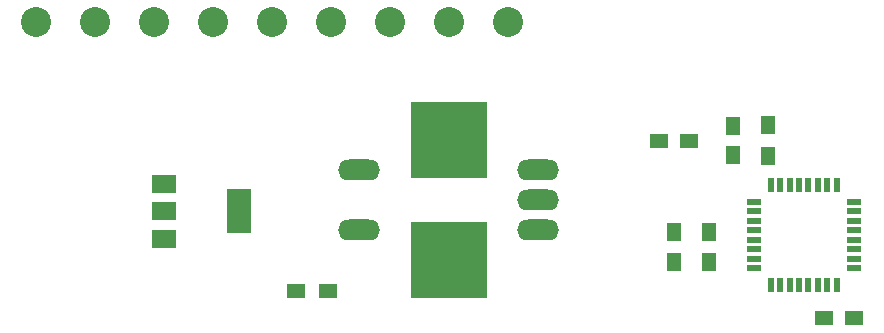
<source format=gtp>
G04 #@! TF.FileFunction,Paste,Top*
%FSLAX46Y46*%
G04 Gerber Fmt 4.6, Leading zero omitted, Abs format (unit mm)*
G04 Created by KiCad (PCBNEW 4.0.7-e2-6376~58~ubuntu16.04.1) date Mon Nov  6 19:58:44 2017*
%MOMM*%
%LPD*%
G01*
G04 APERTURE LIST*
%ADD10C,0.100000*%
%ADD11R,1.200000X0.600000*%
%ADD12R,0.600000X1.200000*%
%ADD13R,6.451600X6.451600*%
%ADD14O,3.556000X1.778000*%
%ADD15R,1.250000X1.500000*%
%ADD16R,1.500000X1.250000*%
%ADD17R,1.300000X1.500000*%
%ADD18R,2.000000X3.800000*%
%ADD19R,2.000000X1.500000*%
%ADD20C,2.540000*%
%ADD21R,1.500000X1.300000*%
G04 APERTURE END LIST*
D10*
D11*
X144750000Y-89200000D03*
X144750000Y-90000000D03*
X144750000Y-90800000D03*
X144750000Y-91600000D03*
X144750000Y-92400000D03*
X144750000Y-93200000D03*
X144750000Y-94000000D03*
X144750000Y-94800000D03*
D12*
X146200000Y-96250000D03*
X147000000Y-96250000D03*
X147800000Y-96250000D03*
X148600000Y-96250000D03*
X149400000Y-96250000D03*
X150200000Y-96250000D03*
X151000000Y-96250000D03*
X151800000Y-96250000D03*
D11*
X153250000Y-94800000D03*
X153250000Y-94000000D03*
X153250000Y-93200000D03*
X153250000Y-92400000D03*
X153250000Y-91600000D03*
X153250000Y-90800000D03*
X153250000Y-90000000D03*
X153250000Y-89200000D03*
D12*
X151800000Y-87750000D03*
X151000000Y-87750000D03*
X150200000Y-87750000D03*
X149400000Y-87750000D03*
X148600000Y-87750000D03*
X147800000Y-87750000D03*
X147000000Y-87750000D03*
X146200000Y-87750000D03*
D13*
X119000000Y-94080000D03*
X119000000Y-83920000D03*
D14*
X126493000Y-91540000D03*
X126493000Y-89000000D03*
X126493000Y-86460000D03*
X111380000Y-91540000D03*
X111380000Y-86460000D03*
D15*
X141000000Y-91750000D03*
X141000000Y-94250000D03*
D16*
X139250000Y-84000000D03*
X136750000Y-84000000D03*
D15*
X138000000Y-91750000D03*
X138000000Y-94250000D03*
X143000000Y-85250000D03*
X143000000Y-82750000D03*
D16*
X153250000Y-99000000D03*
X150750000Y-99000000D03*
D17*
X146000000Y-85350000D03*
X146000000Y-82650000D03*
D18*
X101150000Y-90000000D03*
D19*
X94850000Y-90000000D03*
X94850000Y-92300000D03*
X94850000Y-87700000D03*
D20*
X89000000Y-74000000D03*
X84001280Y-74000000D03*
X114000000Y-74000000D03*
X109001280Y-74000000D03*
X124000000Y-74000000D03*
X119001280Y-74000000D03*
X104000000Y-74000000D03*
X99001280Y-74000000D03*
X94000020Y-74000000D03*
D21*
X106050000Y-96750000D03*
X108750000Y-96750000D03*
M02*

</source>
